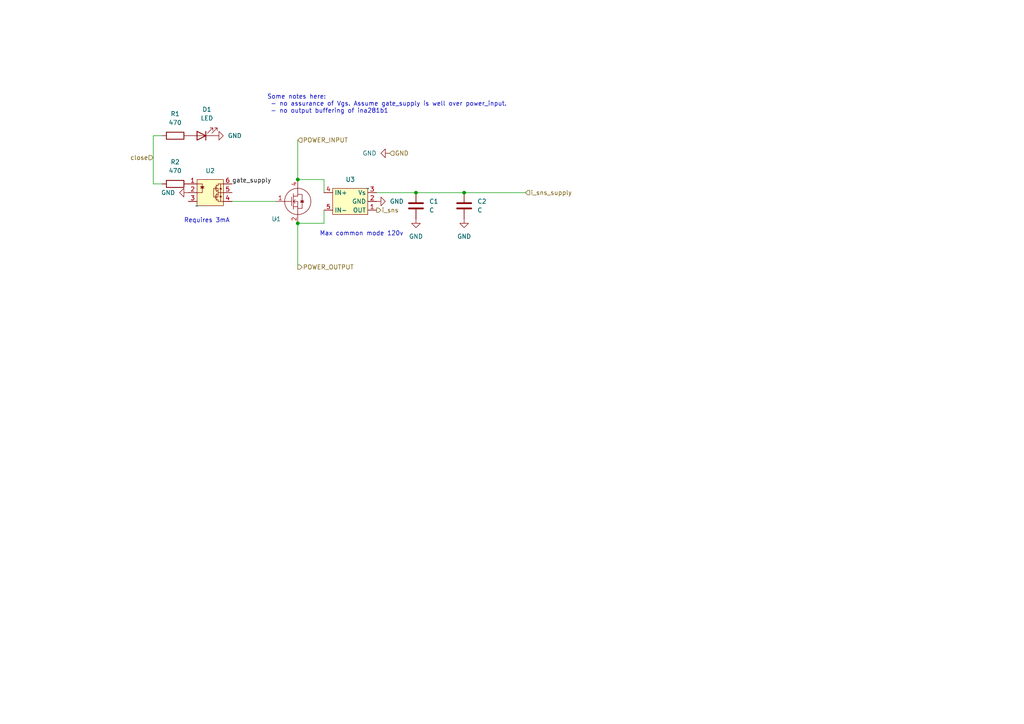
<source format=kicad_sch>
(kicad_sch (version 20230121) (generator eeschema)
  (paper "A4")
  (lib_symbols
    (symbol "Device:C" (pin_numbers hide) (pin_names (offset 0.254))
      (property "Reference" "C" (at 0.635 2.54 0))
      (property "Value" "C" (at 0.635 -2.54 0))
      (symbol "C_0_1"
        (polyline (pts (xy -2.032 -0.762) (xy 2.032 -0.762)) (stroke (width 0.508)))
        (polyline (pts (xy -2.032 0.762) (xy 2.032 0.762)) (stroke (width 0.508)))
      )
      (symbol "C_1_1"
        (pin passive line (at 0 3.81 270) (length 2.794) (name "~") (number "1"))
        (pin passive line (at 0 -3.81 90) (length 2.794) (name "~") (number "2"))
      )
    )
    (symbol "Device:LED" (pin_numbers hide) (pin_names (offset 1.016) hide)
      (property "Reference" "D" (at 0 2.54 0))
      (property "Value" "LED" (at 0 -2.54 0))
      (symbol "LED_0_1"
        (polyline (pts (xy -1.27 -1.27) (xy -1.27 1.27)) (stroke (width 0.254)))
        (polyline (pts (xy -1.27 0) (xy 1.27 0)))
        (polyline (pts (xy 1.27 -1.27) (xy 1.27 1.27) (xy -1.27 0) (xy 1.27 -1.27)) (stroke (width 0.254)))
        (polyline (pts (xy -3.048 -0.762) (xy -4.572 -2.286) (xy -3.81 -2.286) (xy -4.572 -2.286) (xy -4.572 -1.524)))
        (polyline (pts (xy -1.778 -0.762) (xy -3.302 -2.286) (xy -2.54 -2.286) (xy -3.302 -2.286) (xy -3.302 -1.524)))
      )
      (symbol "LED_1_1"
        (pin passive line (at -3.81 0 0) (length 2.54) (name "K") (number "1"))
        (pin passive line (at 3.81 0 180) (length 2.54) (name "A") (number "2"))
      )
    )
    (symbol "Device:R" (pin_numbers hide) (pin_names (offset 0))
      (property "Reference" "R" (at 2.032 0 90))
      (property "Value" "R" (at 0 0 90))
      (symbol "R_0_1"
        (rectangle (start -1.016 -2.54) (end 1.016 2.54) (stroke (width 0.254)))
      )
      (symbol "R_1_1"
        (pin passive line (at 0 3.81 270) (length 1.27) (name "~") (number "1"))
        (pin passive line (at 0 -3.81 90) (length 1.27) (name "~") (number "2"))
      )
    )
    (symbol "my parts:AQV252G"
      (property "Reference" "U2" (at 3.81 10.16 0))
      (property "Value" "~" (at 0 0 0))
      (symbol "AQV252G_0_1"
        (polyline (pts (xy 5.588 3.556) (xy 5.588 1.524)))
        (polyline (pts (xy 6.604 2.54) (xy 7.112 2.54)))
        (polyline (pts (xy 6.604 5.08) (xy 7.112 5.08)))
        (polyline (pts (xy 6.858 3.81) (xy 6.858 1.27)))
        (polyline (pts (xy 7.62 1.27) (xy 6.096 1.27)))
        (polyline (pts (xy 7.62 3.81) (xy 6.096 3.81)))
        (polyline (pts (xy 7.62 6.35) (xy 6.096 6.35)))
        (polyline (pts (xy 5.334 3.048) (xy 5.334 2.032) (xy 5.334 2.54)))
        (polyline (pts (xy 5.334 5.588) (xy 5.334 4.572) (xy 5.334 4.826)))
        (polyline (pts (xy 5.588 6.096) (xy 5.588 4.064) (xy 5.588 4.826)))
        (polyline (pts (xy 6.096 1.27) (xy 6.096 1.778) (xy 5.588 1.778)))
        (polyline (pts (xy 6.096 3.302) (xy 6.096 2.54) (xy 5.588 2.54)))
        (polyline (pts (xy 6.096 3.81) (xy 6.096 3.302) (xy 5.588 3.302)))
        (polyline (pts (xy 6.096 3.81) (xy 6.096 4.318) (xy 5.588 4.318)))
        (polyline (pts (xy 6.096 4.318) (xy 6.096 5.08) (xy 5.588 5.08)))
        (polyline (pts (xy 6.096 6.35) (xy 6.096 5.842) (xy 5.588 5.842)))
        (polyline (pts (xy 6.858 6.35) (xy 6.858 3.81) (xy 6.858 4.318)))
        (polyline (pts (xy 6.604 2.794) (xy 7.112 2.794) (xy 6.858 2.54) (xy 6.604 2.794)))
        (polyline (pts (xy 5.334 5.08) (xy 4.826 5.08) (xy 4.826 2.54) (xy 5.334 2.54) (xy 5.334 2.54)))
        (polyline (pts (xy 6.604 4.826) (xy 7.112 4.826) (xy 6.858 5.08) (xy 6.604 4.826) (xy 6.858 5.08)))
        (polyline (pts (xy 0 6.35) (xy 1.524 6.35) (xy 1.524 3.81) (xy 0 3.81) (xy 1.524 3.81) (xy 1.524 5.588) (xy 2.032 5.588) (xy 1.524 5.08) (xy 1.016 5.588) (xy 1.524 5.588) (xy 1.27 5.334) (xy 1.778 5.334) (xy 1.524 5.588) (xy 1.778 5.588) (xy 1.778 5.334) (xy 1.27 5.334) (xy 1.27 5.588) (xy 1.524 5.08) (xy 2.032 5.08) (xy 1.016 5.08) (xy 1.524 5.08)))
      )
      (symbol "AQV252G_1_1"
        (rectangle (start 0 7.62) (end 7.62 0) (fill (type background)))
        (pin input line (at -2.54 6.35 0) (length 2.54) (name "") (number "1"))
        (pin input line (at -2.54 3.81 0) (length 2.54) (name "") (number "2"))
        (pin input line (at -2.54 1.27 0) (length 2.54) (name "") (number "3"))
        (pin input line (at 10.16 1.27 180) (length 2.54) (name "") (number "4"))
        (pin input line (at 10.16 3.81 180) (length 2.54) (name "") (number "5"))
        (pin input line (at 10.16 6.35 180) (length 2.54) (name "") (number "6"))
      )
    )
    (symbol "my parts:INA281B1"
      (property "Reference" "U3" (at 5.08 10.16 0))
      (property "Value" "~" (at 0 0 0))
      (symbol "INA281B1_1_1"
        (rectangle (start 0 7.62) (end 10.16 0) (fill (type background)))
        (pin input line (at -2.54 6.35 0) (length 2.54) (name "OUT") (number "1"))
        (pin input line (at -2.54 3.81 0) (length 2.54) (name "GND") (number "2"))
        (pin input line (at -2.54 1.27 0) (length 2.54) (name "Vs") (number "3"))
        (pin input line (at 12.7 1.27 180) (length 2.54) (name "IN+") (number "4"))
        (pin input line (at 12.7 6.35 180) (length 2.54) (name "IN-") (number "5"))
      )
    )
    (symbol "my parts:IPB032N10N5"
      (property "Reference" "U" (at 0 0 0))
      (symbol "IPB032N10N5_0_1"
        (polyline (pts (xy 4.572 6.35) (xy 4.572 3.81)))
        (polyline (pts (xy 5.08 7.366) (xy 5.08 2.794)))
        (polyline (pts (xy 6.35 3.556) (xy 5.08 3.556)))
        (polyline (pts (xy 6.35 6.604) (xy 5.08 6.604)))
        (polyline (pts (xy 6.35 6.604) (xy 6.35 8.89)))
        (polyline (pts (xy 2.54 5.08) (xy 4.318 5.08) (xy 4.572 5.08)))
        (polyline (pts (xy 7.62 5.334) (xy 7.62 7.112) (xy 6.35 7.112)))
        (polyline (pts (xy 8.128 5.334) (xy 7.112 5.334) (xy 7.62 5.334)))
        (polyline (pts (xy 6.35 1.27) (xy 6.35 5.08) (xy 5.08 5.08) (xy 5.588 5.588) (xy 5.08 5.08) (xy 5.588 4.572)))
        (polyline (pts (xy 6.35 3.048) (xy 7.62 3.048) (xy 7.62 4.826) (xy 8.128 4.826) (xy 7.62 5.334) (xy 7.112 4.826) (xy 7.62 4.826) (xy 7.62 5.334) (xy 7.874 5.08) (xy 7.62 4.826) (xy 7.366 5.08) (xy 7.366 4.826) (xy 7.874 4.826) (xy 7.874 5.08) (xy 7.366 5.08)))
        (circle (center 6.35 5.08) (radius 3.81))
      )
      (symbol "IPB032N10N5_1_1"
        (pin input line (at 0 5.08 0) (length 2.54) (name "") (number "1"))
        (pin input line (at 6.35 -1.27 90) (length 2.54) (name "") (number "2"))
        (pin input line (at 6.35 -1.27 90) (length 2.54) hide (name "") (number "3"))
        (pin input line (at 6.35 11.43 270) (length 2.54) (name "") (number "4"))
        (pin input line (at 6.35 -1.27 90) (length 2.54) hide (name "") (number "5"))
        (pin input line (at 6.35 -1.27 90) (length 2.54) hide (name "") (number "6"))
        (pin input line (at 6.35 -1.27 90) (length 2.54) hide (name "") (number "7"))
      )
    )
    (symbol "power:GND" (power) (pin_names (offset 0))
      (property "Value" "GND" (at 0 -3.81 0))
      (symbol "GND_0_1"
        (polyline (pts (xy 0 0) (xy 0 -1.27) (xy 1.27 -1.27) (xy 0 -2.54) (xy -1.27 -1.27) (xy 0 -1.27)))
      )
      (symbol "GND_1_1"
        (pin power_in line (at 0 0 270) (length 0) hide (name "GND") (number "1"))
      )
    )
  )
  (junction (at 86.36 52.07))
  (junction (at 134.62 55.88))
  (junction (at 120.65 55.88))
  (junction (at 86.36 64.77))
  (wire (pts (xy 44.45 39.37) (xy 44.45 53.34)))
  (wire (pts (xy 67.31 58.42) (xy 80.01 58.42)))
  (wire (pts (xy 93.98 60.96) (xy 93.98 64.77)))
  (wire (pts (xy 86.36 64.77) (xy 86.36 77.47)))
  (wire (pts (xy 86.36 40.64) (xy 86.36 52.07)))
  (wire (pts (xy 152.4 55.88) (xy 134.62 55.88)))
  (wire (pts (xy 46.99 39.37) (xy 44.45 39.37)))
  (wire (pts (xy 93.98 55.88) (xy 93.98 52.07)))
  (wire (pts (xy 44.45 53.34) (xy 46.99 53.34)))
  (wire (pts (xy 86.36 52.07) (xy 93.98 52.07)))
  (wire (pts (xy 134.62 55.88) (xy 120.65 55.88)))
  (wire (pts (xy 86.36 64.77) (xy 93.98 64.77)))
  (wire (pts (xy 109.22 55.88) (xy 120.65 55.88)))
  (text "Some notes here:\n - no assurance of Vgs. Assume gate_supply is well over power_input.\n - no output buffering of ina281b1" (at 77.47 33.02 0) (effects (font (size 1.27 1.27)) (justify left bottom)))
  (text "Requires 3mA" (at 53.34 64.77 0) (effects (font (size 1.27 1.27)) (justify left bottom)))
  (text "Max common mode 120v" (at 92.71 68.58 0) (effects (font (size 1.27 1.27)) (justify left bottom)))
  (label "gate_supply" (at 67.31 53.34 0))
  (hierarchical_label "close" (shape input) (at 44.45 45.72 180))
  (hierarchical_label "i_sns" (shape output) (at 109.22 60.96 0))
  (hierarchical_label "POWER_OUTPUT" (shape output) (at 86.36 77.47 0))
  (hierarchical_label "GND" (shape input) (at 113.03 44.45 0))
  (hierarchical_label "i_sns_supply" (shape input) (at 152.4 55.88 0))
  (hierarchical_label "POWER_INPUT" (shape input) (at 86.36 40.64 0))
  (symbol (lib_id "my parts:IPB032N10N5") (at 80.01 63.5 0) (unit 1)
    (property "Reference" "U1" (at 78.74 63.5 0) (effects (justify left)))
    (property "Value" "~" (at 80.01 63.5 0))
    (property "Footprint" "Package_TO_SOT_SMD:TO-263-6" (effects hide))
    (instances (project "fuck_it_power_supply" (path "" (reference "U1") (unit 1)) (path "" (reference "U2") (unit 1))))
  )
  (symbol (lib_id "my parts:AQV252G") (at 57.15 59.69 0) (unit 1)
    (property "Reference" "U2" (at 60.96 49.53 0))
    (property "Value" "~" (at 57.15 59.69 0))
    (property "Footprint" "Package_DIP:DIP-6_W7.62mm" (effects hide))
    (instances (project "fuck_it_power_supply" (path "" (reference "U2") (unit 1)) (path "" (reference "U1") (unit 1))))
  )
  (symbol (lib_id "power:GND") (at 113.03 44.45 270) (unit 1)
    (property "Reference" "#PWR01" (effects hide))
    (property "Value" "GND" (at 109.22 44.45 90) (effects (justify right)))
    (instances (project "fuck_it_power_supply" (path "" (reference "#PWR01") (unit 1)) (path "" (reference "#PWR03") (unit 1))))
  )
  (symbol (lib_id "Device:R") (at 50.8 39.37 90) (unit 1)
    (property "Reference" "R1" (at 50.8 33.02 90))
    (property "Value" "470" (at 50.8 35.56 90))
    (property "Footprint" "Resistor_SMD:R_0603_1608Metric_Pad0.98x0.95mm_HandSolder" (effects hide))
  )
  (symbol (lib_id "power:GND") (at 62.23 39.37 90) (unit 1)
    (property "Reference" "#PWR01" (effects hide))
    (property "Value" "GND" (at 66.04 39.37 90) (effects (justify right)))
    (instances (project "fuck_it_power_supply" (path "" (reference "#PWR01") (unit 1)) (path "" (reference "#PWR02") (unit 1))))
  )
  (symbol (lib_id "power:GND") (at 120.65 63.5 0) (unit 1)
    (property "Reference" "#PWR01" (effects hide))
    (property "Value" "GND" (at 120.65 68.58 0))
    (instances (project "fuck_it_power_supply" (path "" (reference "#PWR01") (unit 1)) (path "" (reference "#PWR05") (unit 1))))
  )
  (symbol (lib_id "power:GND") (at 109.22 58.42 90) (unit 1)
    (property "Reference" "#PWR01" (effects hide))
    (property "Value" "GND" (at 113.03 58.42 90) (effects (justify right)))
  )
  (symbol (lib_id "my parts:INA281B1") (at 106.68 54.61 180) (unit 1)
    (property "Reference" "U3" (at 101.6 52.07 0))
    (property "Value" "~" (at 106.68 54.61 0))
    (property "Footprint" "Package_TO_SOT_SMD:SOT-23-5_HandSoldering" (effects hide))
  )
  (symbol (lib_id "Device:C") (at 134.62 59.69 0) (unit 1)
    (property "Reference" "C2" (at 138.43 58.42 0) (effects (justify left)))
    (property "Value" "C" (at 138.43 60.96 0) (effects (justify left)))
    (property "Footprint" "Capacitor_SMD:C_1206_3216Metric_Pad1.33x1.80mm_HandSolder" (effects hide))
  )
  (symbol (lib_id "Device:LED") (at 58.42 39.37 180) (unit 1)
    (property "Reference" "D1" (at 60.0075 31.75 0))
    (property "Value" "LED" (at 60.0075 34.29 0))
    (property "Footprint" "LED_SMD:LED_0603_1608Metric_Pad1.05x0.95mm_HandSolder" (effects hide))
  )
  (symbol (lib_id "power:GND") (at 54.61 55.88 270) (unit 1)
    (property "Reference" "#PWR01" (effects hide))
    (property "Value" "GND" (at 50.8 55.88 90) (effects (justify right)))
    (instances (project "fuck_it_power_supply" (path "" (reference "#PWR01") (unit 1)) (path "" (reference "#PWR04") (unit 1))))
  )
  (symbol (lib_id "power:GND") (at 134.62 63.5 0) (unit 1)
    (property "Reference" "#PWR01" (effects hide))
    (property "Value" "GND" (at 134.62 68.58 0))
    (instances (project "fuck_it_power_supply" (path "" (reference "#PWR01") (unit 1)) (path "" (reference "#PWR06") (unit 1))))
  )
  (symbol (lib_id "Device:R") (at 50.8 53.34 90) (unit 1)
    (property "Reference" "R2" (at 50.8 46.99 90))
    (property "Value" "470" (at 50.8 49.53 90))
    (property "Footprint" "Resistor_SMD:R_0603_1608Metric_Pad0.98x0.95mm_HandSolder" (effects hide))
  )
  (symbol (lib_id "Device:C") (at 120.65 59.69 0) (unit 1)
    (property "Reference" "C1" (at 124.46 58.42 0) (effects (justify left)))
    (property "Value" "C" (at 124.46 60.96 0) (effects (justify left)))
    (property "Footprint" "Capacitor_SMD:C_0603_1608Metric_Pad1.08x0.95mm_HandSolder" (effects hide))
  )
)
</source>
